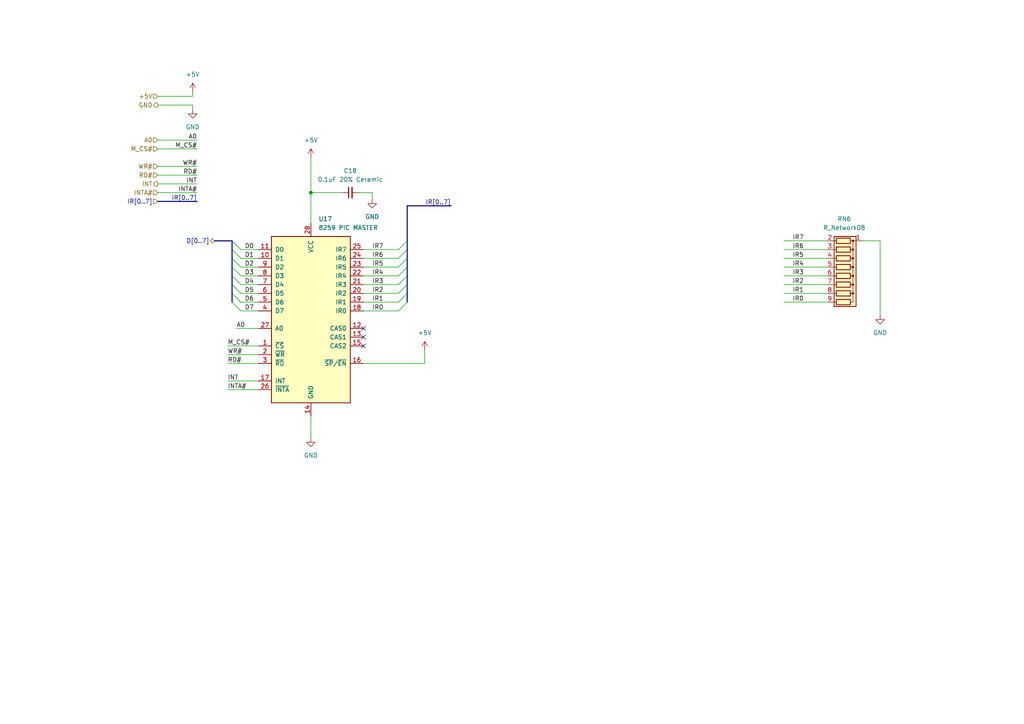
<source format=kicad_sch>
(kicad_sch
	(version 20231120)
	(generator "eeschema")
	(generator_version "8.0")
	(uuid "cb918a8c-d457-415f-aaa5-e646cbe8c833")
	(paper "A4")
	(lib_symbols
		(symbol "Device:C_Small"
			(pin_numbers hide)
			(pin_names
				(offset 0.254) hide)
			(exclude_from_sim no)
			(in_bom yes)
			(on_board yes)
			(property "Reference" "C"
				(at 0.254 1.778 0)
				(effects
					(font
						(size 1.27 1.27)
					)
					(justify left)
				)
			)
			(property "Value" "C_Small"
				(at 0.254 -2.032 0)
				(effects
					(font
						(size 1.27 1.27)
					)
					(justify left)
				)
			)
			(property "Footprint" ""
				(at 0 0 0)
				(effects
					(font
						(size 1.27 1.27)
					)
					(hide yes)
				)
			)
			(property "Datasheet" "~"
				(at 0 0 0)
				(effects
					(font
						(size 1.27 1.27)
					)
					(hide yes)
				)
			)
			(property "Description" "Unpolarized capacitor, small symbol"
				(at 0 0 0)
				(effects
					(font
						(size 1.27 1.27)
					)
					(hide yes)
				)
			)
			(property "ki_keywords" "capacitor cap"
				(at 0 0 0)
				(effects
					(font
						(size 1.27 1.27)
					)
					(hide yes)
				)
			)
			(property "ki_fp_filters" "C_*"
				(at 0 0 0)
				(effects
					(font
						(size 1.27 1.27)
					)
					(hide yes)
				)
			)
			(symbol "C_Small_0_1"
				(polyline
					(pts
						(xy -1.524 -0.508) (xy 1.524 -0.508)
					)
					(stroke
						(width 0.3302)
						(type default)
					)
					(fill
						(type none)
					)
				)
				(polyline
					(pts
						(xy -1.524 0.508) (xy 1.524 0.508)
					)
					(stroke
						(width 0.3048)
						(type default)
					)
					(fill
						(type none)
					)
				)
			)
			(symbol "C_Small_1_1"
				(pin passive line
					(at 0 2.54 270)
					(length 2.032)
					(name "~"
						(effects
							(font
								(size 1.27 1.27)
							)
						)
					)
					(number "1"
						(effects
							(font
								(size 1.27 1.27)
							)
						)
					)
				)
				(pin passive line
					(at 0 -2.54 90)
					(length 2.032)
					(name "~"
						(effects
							(font
								(size 1.27 1.27)
							)
						)
					)
					(number "2"
						(effects
							(font
								(size 1.27 1.27)
							)
						)
					)
				)
			)
		)
		(symbol "Device:R_Network08"
			(pin_names
				(offset 0) hide)
			(exclude_from_sim no)
			(in_bom yes)
			(on_board yes)
			(property "Reference" "RN"
				(at -12.7 0 90)
				(effects
					(font
						(size 1.27 1.27)
					)
				)
			)
			(property "Value" "R_Network08"
				(at 10.16 0 90)
				(effects
					(font
						(size 1.27 1.27)
					)
				)
			)
			(property "Footprint" "Resistor_THT:R_Array_SIP9"
				(at 12.065 0 90)
				(effects
					(font
						(size 1.27 1.27)
					)
					(hide yes)
				)
			)
			(property "Datasheet" "http://www.vishay.com/docs/31509/csc.pdf"
				(at 0 0 0)
				(effects
					(font
						(size 1.27 1.27)
					)
					(hide yes)
				)
			)
			(property "Description" "8 resistor network, star topology, bussed resistors, small symbol"
				(at 0 0 0)
				(effects
					(font
						(size 1.27 1.27)
					)
					(hide yes)
				)
			)
			(property "ki_keywords" "R network star-topology"
				(at 0 0 0)
				(effects
					(font
						(size 1.27 1.27)
					)
					(hide yes)
				)
			)
			(property "ki_fp_filters" "R?Array?SIP*"
				(at 0 0 0)
				(effects
					(font
						(size 1.27 1.27)
					)
					(hide yes)
				)
			)
			(symbol "R_Network08_0_1"
				(rectangle
					(start -11.43 -3.175)
					(end 8.89 3.175)
					(stroke
						(width 0.254)
						(type default)
					)
					(fill
						(type background)
					)
				)
				(rectangle
					(start -10.922 1.524)
					(end -9.398 -2.54)
					(stroke
						(width 0.254)
						(type default)
					)
					(fill
						(type none)
					)
				)
				(circle
					(center -10.16 2.286)
					(radius 0.254)
					(stroke
						(width 0)
						(type default)
					)
					(fill
						(type outline)
					)
				)
				(rectangle
					(start -8.382 1.524)
					(end -6.858 -2.54)
					(stroke
						(width 0.254)
						(type default)
					)
					(fill
						(type none)
					)
				)
				(circle
					(center -7.62 2.286)
					(radius 0.254)
					(stroke
						(width 0)
						(type default)
					)
					(fill
						(type outline)
					)
				)
				(rectangle
					(start -5.842 1.524)
					(end -4.318 -2.54)
					(stroke
						(width 0.254)
						(type default)
					)
					(fill
						(type none)
					)
				)
				(circle
					(center -5.08 2.286)
					(radius 0.254)
					(stroke
						(width 0)
						(type default)
					)
					(fill
						(type outline)
					)
				)
				(rectangle
					(start -3.302 1.524)
					(end -1.778 -2.54)
					(stroke
						(width 0.254)
						(type default)
					)
					(fill
						(type none)
					)
				)
				(circle
					(center -2.54 2.286)
					(radius 0.254)
					(stroke
						(width 0)
						(type default)
					)
					(fill
						(type outline)
					)
				)
				(rectangle
					(start -0.762 1.524)
					(end 0.762 -2.54)
					(stroke
						(width 0.254)
						(type default)
					)
					(fill
						(type none)
					)
				)
				(polyline
					(pts
						(xy -10.16 -2.54) (xy -10.16 -3.81)
					)
					(stroke
						(width 0)
						(type default)
					)
					(fill
						(type none)
					)
				)
				(polyline
					(pts
						(xy -7.62 -2.54) (xy -7.62 -3.81)
					)
					(stroke
						(width 0)
						(type default)
					)
					(fill
						(type none)
					)
				)
				(polyline
					(pts
						(xy -5.08 -2.54) (xy -5.08 -3.81)
					)
					(stroke
						(width 0)
						(type default)
					)
					(fill
						(type none)
					)
				)
				(polyline
					(pts
						(xy -2.54 -2.54) (xy -2.54 -3.81)
					)
					(stroke
						(width 0)
						(type default)
					)
					(fill
						(type none)
					)
				)
				(polyline
					(pts
						(xy 0 -2.54) (xy 0 -3.81)
					)
					(stroke
						(width 0)
						(type default)
					)
					(fill
						(type none)
					)
				)
				(polyline
					(pts
						(xy 2.54 -2.54) (xy 2.54 -3.81)
					)
					(stroke
						(width 0)
						(type default)
					)
					(fill
						(type none)
					)
				)
				(polyline
					(pts
						(xy 5.08 -2.54) (xy 5.08 -3.81)
					)
					(stroke
						(width 0)
						(type default)
					)
					(fill
						(type none)
					)
				)
				(polyline
					(pts
						(xy 7.62 -2.54) (xy 7.62 -3.81)
					)
					(stroke
						(width 0)
						(type default)
					)
					(fill
						(type none)
					)
				)
				(polyline
					(pts
						(xy -10.16 1.524) (xy -10.16 2.286) (xy -7.62 2.286) (xy -7.62 1.524)
					)
					(stroke
						(width 0)
						(type default)
					)
					(fill
						(type none)
					)
				)
				(polyline
					(pts
						(xy -7.62 1.524) (xy -7.62 2.286) (xy -5.08 2.286) (xy -5.08 1.524)
					)
					(stroke
						(width 0)
						(type default)
					)
					(fill
						(type none)
					)
				)
				(polyline
					(pts
						(xy -5.08 1.524) (xy -5.08 2.286) (xy -2.54 2.286) (xy -2.54 1.524)
					)
					(stroke
						(width 0)
						(type default)
					)
					(fill
						(type none)
					)
				)
				(polyline
					(pts
						(xy -2.54 1.524) (xy -2.54 2.286) (xy 0 2.286) (xy 0 1.524)
					)
					(stroke
						(width 0)
						(type default)
					)
					(fill
						(type none)
					)
				)
				(polyline
					(pts
						(xy 0 1.524) (xy 0 2.286) (xy 2.54 2.286) (xy 2.54 1.524)
					)
					(stroke
						(width 0)
						(type default)
					)
					(fill
						(type none)
					)
				)
				(polyline
					(pts
						(xy 2.54 1.524) (xy 2.54 2.286) (xy 5.08 2.286) (xy 5.08 1.524)
					)
					(stroke
						(width 0)
						(type default)
					)
					(fill
						(type none)
					)
				)
				(polyline
					(pts
						(xy 5.08 1.524) (xy 5.08 2.286) (xy 7.62 2.286) (xy 7.62 1.524)
					)
					(stroke
						(width 0)
						(type default)
					)
					(fill
						(type none)
					)
				)
				(circle
					(center 0 2.286)
					(radius 0.254)
					(stroke
						(width 0)
						(type default)
					)
					(fill
						(type outline)
					)
				)
				(rectangle
					(start 1.778 1.524)
					(end 3.302 -2.54)
					(stroke
						(width 0.254)
						(type default)
					)
					(fill
						(type none)
					)
				)
				(circle
					(center 2.54 2.286)
					(radius 0.254)
					(stroke
						(width 0)
						(type default)
					)
					(fill
						(type outline)
					)
				)
				(rectangle
					(start 4.318 1.524)
					(end 5.842 -2.54)
					(stroke
						(width 0.254)
						(type default)
					)
					(fill
						(type none)
					)
				)
				(circle
					(center 5.08 2.286)
					(radius 0.254)
					(stroke
						(width 0)
						(type default)
					)
					(fill
						(type outline)
					)
				)
				(rectangle
					(start 6.858 1.524)
					(end 8.382 -2.54)
					(stroke
						(width 0.254)
						(type default)
					)
					(fill
						(type none)
					)
				)
			)
			(symbol "R_Network08_1_1"
				(pin passive line
					(at -10.16 5.08 270)
					(length 2.54)
					(name "common"
						(effects
							(font
								(size 1.27 1.27)
							)
						)
					)
					(number "1"
						(effects
							(font
								(size 1.27 1.27)
							)
						)
					)
				)
				(pin passive line
					(at -10.16 -5.08 90)
					(length 1.27)
					(name "R1"
						(effects
							(font
								(size 1.27 1.27)
							)
						)
					)
					(number "2"
						(effects
							(font
								(size 1.27 1.27)
							)
						)
					)
				)
				(pin passive line
					(at -7.62 -5.08 90)
					(length 1.27)
					(name "R2"
						(effects
							(font
								(size 1.27 1.27)
							)
						)
					)
					(number "3"
						(effects
							(font
								(size 1.27 1.27)
							)
						)
					)
				)
				(pin passive line
					(at -5.08 -5.08 90)
					(length 1.27)
					(name "R3"
						(effects
							(font
								(size 1.27 1.27)
							)
						)
					)
					(number "4"
						(effects
							(font
								(size 1.27 1.27)
							)
						)
					)
				)
				(pin passive line
					(at -2.54 -5.08 90)
					(length 1.27)
					(name "R4"
						(effects
							(font
								(size 1.27 1.27)
							)
						)
					)
					(number "5"
						(effects
							(font
								(size 1.27 1.27)
							)
						)
					)
				)
				(pin passive line
					(at 0 -5.08 90)
					(length 1.27)
					(name "R5"
						(effects
							(font
								(size 1.27 1.27)
							)
						)
					)
					(number "6"
						(effects
							(font
								(size 1.27 1.27)
							)
						)
					)
				)
				(pin passive line
					(at 2.54 -5.08 90)
					(length 1.27)
					(name "R6"
						(effects
							(font
								(size 1.27 1.27)
							)
						)
					)
					(number "7"
						(effects
							(font
								(size 1.27 1.27)
							)
						)
					)
				)
				(pin passive line
					(at 5.08 -5.08 90)
					(length 1.27)
					(name "R7"
						(effects
							(font
								(size 1.27 1.27)
							)
						)
					)
					(number "8"
						(effects
							(font
								(size 1.27 1.27)
							)
						)
					)
				)
				(pin passive line
					(at 7.62 -5.08 90)
					(length 1.27)
					(name "R8"
						(effects
							(font
								(size 1.27 1.27)
							)
						)
					)
					(number "9"
						(effects
							(font
								(size 1.27 1.27)
							)
						)
					)
				)
			)
		)
		(symbol "Interface:8259"
			(pin_names
				(offset 1.016)
			)
			(exclude_from_sim no)
			(in_bom yes)
			(on_board yes)
			(property "Reference" "U"
				(at -10.16 25.4 0)
				(effects
					(font
						(size 1.27 1.27)
					)
				)
			)
			(property "Value" "8259"
				(at 8.89 25.4 0)
				(effects
					(font
						(size 1.27 1.27)
					)
				)
			)
			(property "Footprint" "Package_DIP:DIP-28_W15.24mm"
				(at 0 0 0)
				(effects
					(font
						(size 1.27 1.27)
						(italic yes)
					)
					(hide yes)
				)
			)
			(property "Datasheet" "http://pdos.csail.mit.edu/6.828/2005/readings/hardware/8259A.pdf"
				(at 0 0 0)
				(effects
					(font
						(size 1.27 1.27)
					)
					(hide yes)
				)
			)
			(property "Description" "8259, Programmable Interrupt Controller, PDIP-28"
				(at 0 0 0)
				(effects
					(font
						(size 1.27 1.27)
					)
					(hide yes)
				)
			)
			(property "ki_keywords" "PIC"
				(at 0 0 0)
				(effects
					(font
						(size 1.27 1.27)
					)
					(hide yes)
				)
			)
			(property "ki_fp_filters" "DIP*W15.24mm*"
				(at 0 0 0)
				(effects
					(font
						(size 1.27 1.27)
					)
					(hide yes)
				)
			)
			(symbol "8259_0_1"
				(rectangle
					(start -11.43 24.13)
					(end 11.43 -24.13)
					(stroke
						(width 0.254)
						(type default)
					)
					(fill
						(type background)
					)
				)
			)
			(symbol "8259_1_1"
				(pin input line
					(at -15.24 -7.62 0)
					(length 3.81)
					(name "~{CS}"
						(effects
							(font
								(size 1.27 1.27)
							)
						)
					)
					(number "1"
						(effects
							(font
								(size 1.27 1.27)
							)
						)
					)
				)
				(pin bidirectional line
					(at -15.24 17.78 0)
					(length 3.81)
					(name "D1"
						(effects
							(font
								(size 1.27 1.27)
							)
						)
					)
					(number "10"
						(effects
							(font
								(size 1.27 1.27)
							)
						)
					)
				)
				(pin bidirectional line
					(at -15.24 20.32 0)
					(length 3.81)
					(name "D0"
						(effects
							(font
								(size 1.27 1.27)
							)
						)
					)
					(number "11"
						(effects
							(font
								(size 1.27 1.27)
							)
						)
					)
				)
				(pin input line
					(at 15.24 -2.54 180)
					(length 3.81)
					(name "CAS0"
						(effects
							(font
								(size 1.27 1.27)
							)
						)
					)
					(number "12"
						(effects
							(font
								(size 1.27 1.27)
							)
						)
					)
				)
				(pin output line
					(at 15.24 -5.08 180)
					(length 3.81)
					(name "CAS1"
						(effects
							(font
								(size 1.27 1.27)
							)
						)
					)
					(number "13"
						(effects
							(font
								(size 1.27 1.27)
							)
						)
					)
				)
				(pin power_in line
					(at 0 -27.94 90)
					(length 3.81)
					(name "GND"
						(effects
							(font
								(size 1.27 1.27)
							)
						)
					)
					(number "14"
						(effects
							(font
								(size 1.27 1.27)
							)
						)
					)
				)
				(pin output line
					(at 15.24 -7.62 180)
					(length 3.81)
					(name "CAS2"
						(effects
							(font
								(size 1.27 1.27)
							)
						)
					)
					(number "15"
						(effects
							(font
								(size 1.27 1.27)
							)
						)
					)
				)
				(pin bidirectional line
					(at 15.24 -12.7 180)
					(length 3.81)
					(name "~{SP}/~{EN}"
						(effects
							(font
								(size 1.27 1.27)
							)
						)
					)
					(number "16"
						(effects
							(font
								(size 1.27 1.27)
							)
						)
					)
				)
				(pin output line
					(at -15.24 -17.78 0)
					(length 3.81)
					(name "INT"
						(effects
							(font
								(size 1.27 1.27)
							)
						)
					)
					(number "17"
						(effects
							(font
								(size 1.27 1.27)
							)
						)
					)
				)
				(pin input line
					(at 15.24 2.54 180)
					(length 3.81)
					(name "IR0"
						(effects
							(font
								(size 1.27 1.27)
							)
						)
					)
					(number "18"
						(effects
							(font
								(size 1.27 1.27)
							)
						)
					)
				)
				(pin input line
					(at 15.24 5.08 180)
					(length 3.81)
					(name "IR1"
						(effects
							(font
								(size 1.27 1.27)
							)
						)
					)
					(number "19"
						(effects
							(font
								(size 1.27 1.27)
							)
						)
					)
				)
				(pin input line
					(at -15.24 -10.16 0)
					(length 3.81)
					(name "~{WR}"
						(effects
							(font
								(size 1.27 1.27)
							)
						)
					)
					(number "2"
						(effects
							(font
								(size 1.27 1.27)
							)
						)
					)
				)
				(pin input line
					(at 15.24 7.62 180)
					(length 3.81)
					(name "IR2"
						(effects
							(font
								(size 1.27 1.27)
							)
						)
					)
					(number "20"
						(effects
							(font
								(size 1.27 1.27)
							)
						)
					)
				)
				(pin input line
					(at 15.24 10.16 180)
					(length 3.81)
					(name "IR3"
						(effects
							(font
								(size 1.27 1.27)
							)
						)
					)
					(number "21"
						(effects
							(font
								(size 1.27 1.27)
							)
						)
					)
				)
				(pin input line
					(at 15.24 12.7 180)
					(length 3.81)
					(name "IR4"
						(effects
							(font
								(size 1.27 1.27)
							)
						)
					)
					(number "22"
						(effects
							(font
								(size 1.27 1.27)
							)
						)
					)
				)
				(pin input line
					(at 15.24 15.24 180)
					(length 3.81)
					(name "IR5"
						(effects
							(font
								(size 1.27 1.27)
							)
						)
					)
					(number "23"
						(effects
							(font
								(size 1.27 1.27)
							)
						)
					)
				)
				(pin input line
					(at 15.24 17.78 180)
					(length 3.81)
					(name "IR6"
						(effects
							(font
								(size 1.27 1.27)
							)
						)
					)
					(number "24"
						(effects
							(font
								(size 1.27 1.27)
							)
						)
					)
				)
				(pin input line
					(at 15.24 20.32 180)
					(length 3.81)
					(name "IR7"
						(effects
							(font
								(size 1.27 1.27)
							)
						)
					)
					(number "25"
						(effects
							(font
								(size 1.27 1.27)
							)
						)
					)
				)
				(pin input line
					(at -15.24 -20.32 0)
					(length 3.81)
					(name "~{INTA}"
						(effects
							(font
								(size 1.27 1.27)
							)
						)
					)
					(number "26"
						(effects
							(font
								(size 1.27 1.27)
							)
						)
					)
				)
				(pin input line
					(at -15.24 -2.54 0)
					(length 3.81)
					(name "A0"
						(effects
							(font
								(size 1.27 1.27)
							)
						)
					)
					(number "27"
						(effects
							(font
								(size 1.27 1.27)
							)
						)
					)
				)
				(pin power_in line
					(at 0 27.94 270)
					(length 3.81)
					(name "VCC"
						(effects
							(font
								(size 1.27 1.27)
							)
						)
					)
					(number "28"
						(effects
							(font
								(size 1.27 1.27)
							)
						)
					)
				)
				(pin input line
					(at -15.24 -12.7 0)
					(length 3.81)
					(name "~{RD}"
						(effects
							(font
								(size 1.27 1.27)
							)
						)
					)
					(number "3"
						(effects
							(font
								(size 1.27 1.27)
							)
						)
					)
				)
				(pin bidirectional line
					(at -15.24 2.54 0)
					(length 3.81)
					(name "D7"
						(effects
							(font
								(size 1.27 1.27)
							)
						)
					)
					(number "4"
						(effects
							(font
								(size 1.27 1.27)
							)
						)
					)
				)
				(pin bidirectional line
					(at -15.24 5.08 0)
					(length 3.81)
					(name "D6"
						(effects
							(font
								(size 1.27 1.27)
							)
						)
					)
					(number "5"
						(effects
							(font
								(size 1.27 1.27)
							)
						)
					)
				)
				(pin bidirectional line
					(at -15.24 7.62 0)
					(length 3.81)
					(name "D5"
						(effects
							(font
								(size 1.27 1.27)
							)
						)
					)
					(number "6"
						(effects
							(font
								(size 1.27 1.27)
							)
						)
					)
				)
				(pin bidirectional line
					(at -15.24 10.16 0)
					(length 3.81)
					(name "D4"
						(effects
							(font
								(size 1.27 1.27)
							)
						)
					)
					(number "7"
						(effects
							(font
								(size 1.27 1.27)
							)
						)
					)
				)
				(pin bidirectional line
					(at -15.24 12.7 0)
					(length 3.81)
					(name "D3"
						(effects
							(font
								(size 1.27 1.27)
							)
						)
					)
					(number "8"
						(effects
							(font
								(size 1.27 1.27)
							)
						)
					)
				)
				(pin bidirectional line
					(at -15.24 15.24 0)
					(length 3.81)
					(name "D2"
						(effects
							(font
								(size 1.27 1.27)
							)
						)
					)
					(number "9"
						(effects
							(font
								(size 1.27 1.27)
							)
						)
					)
				)
			)
		)
		(symbol "power:+5V"
			(power)
			(pin_names
				(offset 0)
			)
			(exclude_from_sim no)
			(in_bom yes)
			(on_board yes)
			(property "Reference" "#PWR"
				(at 0 -3.81 0)
				(effects
					(font
						(size 1.27 1.27)
					)
					(hide yes)
				)
			)
			(property "Value" "+5V"
				(at 0 3.556 0)
				(effects
					(font
						(size 1.27 1.27)
					)
				)
			)
			(property "Footprint" ""
				(at 0 0 0)
				(effects
					(font
						(size 1.27 1.27)
					)
					(hide yes)
				)
			)
			(property "Datasheet" ""
				(at 0 0 0)
				(effects
					(font
						(size 1.27 1.27)
					)
					(hide yes)
				)
			)
			(property "Description" "Power symbol creates a global label with name \"+5V\""
				(at 0 0 0)
				(effects
					(font
						(size 1.27 1.27)
					)
					(hide yes)
				)
			)
			(property "ki_keywords" "global power"
				(at 0 0 0)
				(effects
					(font
						(size 1.27 1.27)
					)
					(hide yes)
				)
			)
			(symbol "+5V_0_1"
				(polyline
					(pts
						(xy -0.762 1.27) (xy 0 2.54)
					)
					(stroke
						(width 0)
						(type default)
					)
					(fill
						(type none)
					)
				)
				(polyline
					(pts
						(xy 0 0) (xy 0 2.54)
					)
					(stroke
						(width 0)
						(type default)
					)
					(fill
						(type none)
					)
				)
				(polyline
					(pts
						(xy 0 2.54) (xy 0.762 1.27)
					)
					(stroke
						(width 0)
						(type default)
					)
					(fill
						(type none)
					)
				)
			)
			(symbol "+5V_1_1"
				(pin power_in line
					(at 0 0 90)
					(length 0) hide
					(name "+5V"
						(effects
							(font
								(size 1.27 1.27)
							)
						)
					)
					(number "1"
						(effects
							(font
								(size 1.27 1.27)
							)
						)
					)
				)
			)
		)
		(symbol "power:GND"
			(power)
			(pin_names
				(offset 0)
			)
			(exclude_from_sim no)
			(in_bom yes)
			(on_board yes)
			(property "Reference" "#PWR"
				(at 0 -6.35 0)
				(effects
					(font
						(size 1.27 1.27)
					)
					(hide yes)
				)
			)
			(property "Value" "GND"
				(at 0 -3.81 0)
				(effects
					(font
						(size 1.27 1.27)
					)
				)
			)
			(property "Footprint" ""
				(at 0 0 0)
				(effects
					(font
						(size 1.27 1.27)
					)
					(hide yes)
				)
			)
			(property "Datasheet" ""
				(at 0 0 0)
				(effects
					(font
						(size 1.27 1.27)
					)
					(hide yes)
				)
			)
			(property "Description" "Power symbol creates a global label with name \"GND\" , ground"
				(at 0 0 0)
				(effects
					(font
						(size 1.27 1.27)
					)
					(hide yes)
				)
			)
			(property "ki_keywords" "global power"
				(at 0 0 0)
				(effects
					(font
						(size 1.27 1.27)
					)
					(hide yes)
				)
			)
			(symbol "GND_0_1"
				(polyline
					(pts
						(xy 0 0) (xy 0 -1.27) (xy 1.27 -1.27) (xy 0 -2.54) (xy -1.27 -1.27) (xy 0 -1.27)
					)
					(stroke
						(width 0)
						(type default)
					)
					(fill
						(type none)
					)
				)
			)
			(symbol "GND_1_1"
				(pin power_in line
					(at 0 0 270)
					(length 0) hide
					(name "GND"
						(effects
							(font
								(size 1.27 1.27)
							)
						)
					)
					(number "1"
						(effects
							(font
								(size 1.27 1.27)
							)
						)
					)
				)
			)
		)
	)
	(junction
		(at 90.17 55.88)
		(diameter 0)
		(color 0 0 0 0)
		(uuid "43be2f39-49fb-43d9-b308-74728b11e1e1")
	)
	(no_connect
		(at 105.41 95.25)
		(uuid "867ca833-d18c-47ce-8175-5cf46c87fc6a")
	)
	(no_connect
		(at 105.41 97.79)
		(uuid "a86c4450-8952-41b5-889c-51c9ff8dd897")
	)
	(no_connect
		(at 105.41 100.33)
		(uuid "d1444323-eb5e-462f-b64f-00d10649ff65")
	)
	(bus_entry
		(at 115.57 87.63)
		(size 2.54 -2.54)
		(stroke
			(width 0)
			(type default)
		)
		(uuid "05dd8682-4570-416b-9dd7-81fc73f22954")
	)
	(bus_entry
		(at 115.57 72.39)
		(size 2.54 -2.54)
		(stroke
			(width 0)
			(type default)
		)
		(uuid "14c64c9e-04d6-489a-b349-d02aea99e5df")
	)
	(bus_entry
		(at 69.85 80.01)
		(size -2.54 -2.54)
		(stroke
			(width 0)
			(type default)
		)
		(uuid "30431ffa-ea2f-45be-9020-88e457346b1f")
	)
	(bus_entry
		(at 115.57 85.09)
		(size 2.54 -2.54)
		(stroke
			(width 0)
			(type default)
		)
		(uuid "350c83ef-f59e-430d-8576-0c2fefbea5c8")
	)
	(bus_entry
		(at 69.85 72.39)
		(size -2.54 -2.54)
		(stroke
			(width 0)
			(type default)
		)
		(uuid "3f8a39b1-cf80-428b-b3f0-a744bc6451f1")
	)
	(bus_entry
		(at 115.57 82.55)
		(size 2.54 -2.54)
		(stroke
			(width 0)
			(type default)
		)
		(uuid "4a30141d-42f5-4d07-a8de-0dd36198f94a")
	)
	(bus_entry
		(at 69.85 82.55)
		(size -2.54 -2.54)
		(stroke
			(width 0)
			(type default)
		)
		(uuid "6c1be9db-b7e9-4da0-885f-f5940c58dc49")
	)
	(bus_entry
		(at 115.57 80.01)
		(size 2.54 -2.54)
		(stroke
			(width 0)
			(type default)
		)
		(uuid "6cb38d00-2f24-4ce5-a4b2-76cb1a50f711")
	)
	(bus_entry
		(at 69.85 74.93)
		(size -2.54 -2.54)
		(stroke
			(width 0)
			(type default)
		)
		(uuid "7378c178-f2b6-40c4-86b9-62406fce5520")
	)
	(bus_entry
		(at 69.85 90.17)
		(size -2.54 -2.54)
		(stroke
			(width 0)
			(type default)
		)
		(uuid "7a824c21-09d6-4f62-9864-b2c26af2c999")
	)
	(bus_entry
		(at 69.85 87.63)
		(size -2.54 -2.54)
		(stroke
			(width 0)
			(type default)
		)
		(uuid "87f7ce62-1e7d-4ea2-938b-f74b69e1db1d")
	)
	(bus_entry
		(at 69.85 77.47)
		(size -2.54 -2.54)
		(stroke
			(width 0)
			(type default)
		)
		(uuid "94921043-434f-43db-a6a9-dc5ba366ffb2")
	)
	(bus_entry
		(at 115.57 77.47)
		(size 2.54 -2.54)
		(stroke
			(width 0)
			(type default)
		)
		(uuid "bfbf74d0-7a04-4d72-a71c-6ef187a90275")
	)
	(bus_entry
		(at 115.57 74.93)
		(size 2.54 -2.54)
		(stroke
			(width 0)
			(type default)
		)
		(uuid "d0b58bff-9571-4e1a-a737-06ca689f7f13")
	)
	(bus_entry
		(at 115.57 90.17)
		(size 2.54 -2.54)
		(stroke
			(width 0)
			(type default)
		)
		(uuid "e7b72ea3-a60e-46aa-89f2-b2c82609ee4b")
	)
	(bus_entry
		(at 69.85 85.09)
		(size -2.54 -2.54)
		(stroke
			(width 0)
			(type default)
		)
		(uuid "ecdc3990-e653-4c0b-8a62-e43553c54f1b")
	)
	(wire
		(pts
			(xy 123.19 105.41) (xy 123.19 101.6)
		)
		(stroke
			(width 0)
			(type default)
		)
		(uuid "02c34398-b96c-4d7b-82b5-f32e6e471de4")
	)
	(wire
		(pts
			(xy 74.93 87.63) (xy 69.85 87.63)
		)
		(stroke
			(width 0)
			(type default)
		)
		(uuid "081f4782-c3e3-4a01-8489-8dff50c2e3fb")
	)
	(wire
		(pts
			(xy 66.04 110.49) (xy 74.93 110.49)
		)
		(stroke
			(width 0)
			(type default)
		)
		(uuid "0dfca24d-9140-462d-b400-09db15d3d542")
	)
	(wire
		(pts
			(xy 90.17 120.65) (xy 90.17 127)
		)
		(stroke
			(width 0)
			(type default)
		)
		(uuid "0feefdd0-5528-48b5-9b74-8c1e22dcadd9")
	)
	(wire
		(pts
			(xy 57.15 55.88) (xy 45.72 55.88)
		)
		(stroke
			(width 0)
			(type default)
		)
		(uuid "1074db2d-3bb5-4f4e-87ea-d96bf3168693")
	)
	(bus
		(pts
			(xy 118.11 77.47) (xy 118.11 74.93)
		)
		(stroke
			(width 0)
			(type default)
		)
		(uuid "153e4dd1-c709-491e-afd0-5bb8756b11cc")
	)
	(wire
		(pts
			(xy 227.33 80.01) (xy 240.03 80.01)
		)
		(stroke
			(width 0)
			(type default)
		)
		(uuid "1d7be1af-720b-4f76-ba20-91fadc7268c5")
	)
	(wire
		(pts
			(xy 227.33 87.63) (xy 240.03 87.63)
		)
		(stroke
			(width 0)
			(type default)
		)
		(uuid "1dd8ddb7-21e8-4b8e-98aa-deab57932397")
	)
	(wire
		(pts
			(xy 55.88 27.94) (xy 55.88 26.67)
		)
		(stroke
			(width 0)
			(type default)
		)
		(uuid "1f7a3275-a858-4030-8774-4af2870f08c2")
	)
	(bus
		(pts
			(xy 118.11 69.85) (xy 118.11 59.69)
		)
		(stroke
			(width 0)
			(type default)
		)
		(uuid "29a70868-f21c-41a2-a105-aece658ff17a")
	)
	(wire
		(pts
			(xy 105.41 105.41) (xy 123.19 105.41)
		)
		(stroke
			(width 0)
			(type default)
		)
		(uuid "29dbe347-c3fd-4424-b0ee-38075774469a")
	)
	(wire
		(pts
			(xy 90.17 55.88) (xy 99.06 55.88)
		)
		(stroke
			(width 0)
			(type default)
		)
		(uuid "2cd0ae18-ddca-4532-8da0-c85d1ba4576c")
	)
	(bus
		(pts
			(xy 67.31 69.85) (xy 67.31 72.39)
		)
		(stroke
			(width 0)
			(type default)
		)
		(uuid "2d8691b5-cf0a-41fa-acc5-adc2ee4089e7")
	)
	(bus
		(pts
			(xy 67.31 85.09) (xy 67.31 87.63)
		)
		(stroke
			(width 0)
			(type default)
		)
		(uuid "2f5f959c-10cc-4557-ba93-e4397a477681")
	)
	(wire
		(pts
			(xy 105.41 90.17) (xy 115.57 90.17)
		)
		(stroke
			(width 0)
			(type default)
		)
		(uuid "368f84c4-74f3-4bc2-bc6d-40770245c83c")
	)
	(bus
		(pts
			(xy 67.31 82.55) (xy 67.31 85.09)
		)
		(stroke
			(width 0)
			(type default)
		)
		(uuid "3866f758-5f68-4223-ac15-227a64dc592a")
	)
	(bus
		(pts
			(xy 118.11 74.93) (xy 118.11 72.39)
		)
		(stroke
			(width 0)
			(type default)
		)
		(uuid "39b76af7-d5b1-4efe-9060-f6b654f6ed93")
	)
	(bus
		(pts
			(xy 118.11 80.01) (xy 118.11 82.55)
		)
		(stroke
			(width 0)
			(type default)
		)
		(uuid "44b72ffb-8fd1-4c6e-824a-22e8b3d06414")
	)
	(bus
		(pts
			(xy 67.31 77.47) (xy 67.31 80.01)
		)
		(stroke
			(width 0)
			(type default)
		)
		(uuid "44e904df-a11f-4b5b-b172-df7df8843e33")
	)
	(wire
		(pts
			(xy 66.04 100.33) (xy 74.93 100.33)
		)
		(stroke
			(width 0)
			(type default)
		)
		(uuid "486a08c0-70d3-4f54-8446-051bbc497be5")
	)
	(wire
		(pts
			(xy 227.33 74.93) (xy 240.03 74.93)
		)
		(stroke
			(width 0)
			(type default)
		)
		(uuid "4916fb06-ee73-40af-86a7-5e7b3e25175c")
	)
	(wire
		(pts
			(xy 255.27 69.85) (xy 255.27 91.44)
		)
		(stroke
			(width 0)
			(type default)
		)
		(uuid "4c9009d3-901e-4fae-9db0-6058cf1fdcdd")
	)
	(wire
		(pts
			(xy 105.41 87.63) (xy 115.57 87.63)
		)
		(stroke
			(width 0)
			(type default)
		)
		(uuid "5191629b-cbc5-4a70-b41b-8857cd4302f0")
	)
	(bus
		(pts
			(xy 67.31 80.01) (xy 67.31 82.55)
		)
		(stroke
			(width 0)
			(type default)
		)
		(uuid "5414f268-62d7-42a9-bb33-ffa3e16083b6")
	)
	(wire
		(pts
			(xy 105.41 77.47) (xy 115.57 77.47)
		)
		(stroke
			(width 0)
			(type default)
		)
		(uuid "56c475e5-1d24-40fc-8e35-5ee28a0b422b")
	)
	(wire
		(pts
			(xy 227.33 77.47) (xy 240.03 77.47)
		)
		(stroke
			(width 0)
			(type default)
		)
		(uuid "59726c73-dfac-4fa8-b9b9-b6da97b4b3cb")
	)
	(wire
		(pts
			(xy 66.04 105.41) (xy 74.93 105.41)
		)
		(stroke
			(width 0)
			(type default)
		)
		(uuid "6a15ef82-1c9f-4505-906e-1d7175769e5c")
	)
	(wire
		(pts
			(xy 45.72 40.64) (xy 57.15 40.64)
		)
		(stroke
			(width 0)
			(type default)
		)
		(uuid "6ed31d58-f274-4c9e-b344-651198b914ed")
	)
	(bus
		(pts
			(xy 67.31 74.93) (xy 67.31 77.47)
		)
		(stroke
			(width 0)
			(type default)
		)
		(uuid "707cebd4-183b-4314-a5d1-cf0ecf2e974f")
	)
	(wire
		(pts
			(xy 227.33 69.85) (xy 240.03 69.85)
		)
		(stroke
			(width 0)
			(type default)
		)
		(uuid "723247a9-9db4-4577-9b16-a9a5fbea526e")
	)
	(wire
		(pts
			(xy 74.93 90.17) (xy 69.85 90.17)
		)
		(stroke
			(width 0)
			(type default)
		)
		(uuid "7262c749-1e9a-41e8-ab58-ad68984e5871")
	)
	(wire
		(pts
			(xy 90.17 55.88) (xy 90.17 64.77)
		)
		(stroke
			(width 0)
			(type default)
		)
		(uuid "7849dc96-8878-4598-a076-276311c34042")
	)
	(wire
		(pts
			(xy 74.93 74.93) (xy 69.85 74.93)
		)
		(stroke
			(width 0)
			(type default)
		)
		(uuid "7f4c2306-5c27-427a-afcc-c3dfa62fe05e")
	)
	(bus
		(pts
			(xy 118.11 59.69) (xy 130.81 59.69)
		)
		(stroke
			(width 0)
			(type default)
		)
		(uuid "838d3370-03b6-4ace-ba79-d4599c612d67")
	)
	(wire
		(pts
			(xy 105.41 80.01) (xy 115.57 80.01)
		)
		(stroke
			(width 0)
			(type default)
		)
		(uuid "84833215-eb8d-4185-b262-a7f1b2f94129")
	)
	(wire
		(pts
			(xy 74.93 82.55) (xy 69.85 82.55)
		)
		(stroke
			(width 0)
			(type default)
		)
		(uuid "9039735a-fbfc-47f8-98a0-f752ad873b1a")
	)
	(wire
		(pts
			(xy 227.33 72.39) (xy 240.03 72.39)
		)
		(stroke
			(width 0)
			(type default)
		)
		(uuid "9172d196-fb05-411f-b6b0-fb663f908e93")
	)
	(wire
		(pts
			(xy 66.04 113.03) (xy 74.93 113.03)
		)
		(stroke
			(width 0)
			(type default)
		)
		(uuid "94346aca-578b-4495-a738-4e8d45fbbf1f")
	)
	(wire
		(pts
			(xy 57.15 50.8) (xy 45.72 50.8)
		)
		(stroke
			(width 0)
			(type default)
		)
		(uuid "9d020e92-f164-4db2-9df4-1732e7cb4291")
	)
	(wire
		(pts
			(xy 74.93 80.01) (xy 69.85 80.01)
		)
		(stroke
			(width 0)
			(type default)
		)
		(uuid "9e772248-dd47-419d-afae-b8d95f235e3f")
	)
	(wire
		(pts
			(xy 105.41 82.55) (xy 115.57 82.55)
		)
		(stroke
			(width 0)
			(type default)
		)
		(uuid "9f04d965-c506-4d97-a950-ed8d226a9a65")
	)
	(wire
		(pts
			(xy 104.14 55.88) (xy 107.95 55.88)
		)
		(stroke
			(width 0)
			(type default)
		)
		(uuid "a1bfa396-fabf-454f-b452-01f44204f291")
	)
	(wire
		(pts
			(xy 90.17 45.72) (xy 90.17 55.88)
		)
		(stroke
			(width 0)
			(type default)
		)
		(uuid "a36007e1-baa3-43c7-88a2-89c97f7ffbb5")
	)
	(wire
		(pts
			(xy 45.72 43.18) (xy 57.15 43.18)
		)
		(stroke
			(width 0)
			(type default)
		)
		(uuid "a489a43e-0c04-4d56-9a8e-f9cbe6a949c2")
	)
	(wire
		(pts
			(xy 57.15 48.26) (xy 45.72 48.26)
		)
		(stroke
			(width 0)
			(type default)
		)
		(uuid "a4e7cf0c-0df0-4e42-9f7a-dec41bbfb400")
	)
	(wire
		(pts
			(xy 105.41 74.93) (xy 115.57 74.93)
		)
		(stroke
			(width 0)
			(type default)
		)
		(uuid "a6c9ee1c-afbc-4a6f-8b01-45e368511014")
	)
	(wire
		(pts
			(xy 45.72 30.48) (xy 55.88 30.48)
		)
		(stroke
			(width 0)
			(type default)
		)
		(uuid "ad27516c-473b-4aa6-96ea-3c71f15ffc42")
	)
	(wire
		(pts
			(xy 74.93 77.47) (xy 69.85 77.47)
		)
		(stroke
			(width 0)
			(type default)
		)
		(uuid "b827f031-0a0f-477a-8f5b-b3a12317c2fc")
	)
	(wire
		(pts
			(xy 55.88 30.48) (xy 55.88 31.75)
		)
		(stroke
			(width 0)
			(type default)
		)
		(uuid "bc5d2960-53c2-45ea-80f8-51a663feb4a6")
	)
	(wire
		(pts
			(xy 107.95 55.88) (xy 107.95 57.785)
		)
		(stroke
			(width 0)
			(type default)
		)
		(uuid "bedad0d5-7aeb-4d19-9df3-d23fa48f4a4a")
	)
	(wire
		(pts
			(xy 74.93 85.09) (xy 69.85 85.09)
		)
		(stroke
			(width 0)
			(type default)
		)
		(uuid "c0c7dc8f-5139-46bd-b973-943ec0067c73")
	)
	(bus
		(pts
			(xy 118.11 82.55) (xy 118.11 85.09)
		)
		(stroke
			(width 0)
			(type default)
		)
		(uuid "c2b79e7f-588e-4c5b-a259-8b6d043f0763")
	)
	(bus
		(pts
			(xy 67.31 72.39) (xy 67.31 74.93)
		)
		(stroke
			(width 0)
			(type default)
		)
		(uuid "c64aa23d-1038-4edc-a762-c59e67e2394d")
	)
	(bus
		(pts
			(xy 118.11 80.01) (xy 118.11 77.47)
		)
		(stroke
			(width 0)
			(type default)
		)
		(uuid "c6b9e289-f4c6-4112-aed5-6e77a9f4a30d")
	)
	(wire
		(pts
			(xy 57.15 53.34) (xy 45.72 53.34)
		)
		(stroke
			(width 0)
			(type default)
		)
		(uuid "c9a06c03-730d-415f-9406-dd391d996d29")
	)
	(wire
		(pts
			(xy 227.33 85.09) (xy 240.03 85.09)
		)
		(stroke
			(width 0)
			(type default)
		)
		(uuid "d1a1dbd2-a663-4144-aa71-30eadadba4f8")
	)
	(wire
		(pts
			(xy 68.58 95.25) (xy 74.93 95.25)
		)
		(stroke
			(width 0)
			(type default)
		)
		(uuid "e624ad23-ab15-4864-9d8e-cdf0c1969b9b")
	)
	(wire
		(pts
			(xy 45.72 27.94) (xy 55.88 27.94)
		)
		(stroke
			(width 0)
			(type default)
		)
		(uuid "e79f63e9-81f0-4462-a681-b3477011699a")
	)
	(bus
		(pts
			(xy 62.23 69.85) (xy 67.31 69.85)
		)
		(stroke
			(width 0)
			(type default)
		)
		(uuid "e7c11793-188a-4122-b175-d9a835d2b935")
	)
	(wire
		(pts
			(xy 105.41 72.39) (xy 115.57 72.39)
		)
		(stroke
			(width 0)
			(type default)
		)
		(uuid "eace1505-2c13-4c8a-b578-9de936003436")
	)
	(wire
		(pts
			(xy 250.19 69.85) (xy 255.27 69.85)
		)
		(stroke
			(width 0)
			(type default)
		)
		(uuid "ec10de62-7cf1-45a4-9802-244994bdb140")
	)
	(wire
		(pts
			(xy 74.93 72.39) (xy 69.85 72.39)
		)
		(stroke
			(width 0)
			(type default)
		)
		(uuid "ec5c4844-3bfb-4438-8f00-821be5c0b6ed")
	)
	(wire
		(pts
			(xy 66.04 102.87) (xy 74.93 102.87)
		)
		(stroke
			(width 0)
			(type default)
		)
		(uuid "edbd170a-2610-427e-89d6-50b27279ba3c")
	)
	(bus
		(pts
			(xy 118.11 87.63) (xy 118.11 85.09)
		)
		(stroke
			(width 0)
			(type default)
		)
		(uuid "f322ad24-98a0-4dab-81df-9134b73c3bd9")
	)
	(wire
		(pts
			(xy 227.33 82.55) (xy 240.03 82.55)
		)
		(stroke
			(width 0)
			(type default)
		)
		(uuid "f73fe744-f579-4f00-83eb-25ec915cdd59")
	)
	(bus
		(pts
			(xy 118.11 72.39) (xy 118.11 69.85)
		)
		(stroke
			(width 0)
			(type default)
		)
		(uuid "fab626f9-3e55-499b-a108-2e607f7cc14a")
	)
	(wire
		(pts
			(xy 105.41 85.09) (xy 115.57 85.09)
		)
		(stroke
			(width 0)
			(type default)
		)
		(uuid "fedc7330-dc0c-4a98-b68a-3d5cee6cf2b6")
	)
	(bus
		(pts
			(xy 45.72 58.42) (xy 57.15 58.42)
		)
		(stroke
			(width 0)
			(type default)
		)
		(uuid "ff8ef71e-df6f-4540-9fb9-dd7084d40dd3")
	)
	(label "IR2"
		(at 229.87 82.55 0)
		(fields_autoplaced yes)
		(effects
			(font
				(size 1.27 1.27)
			)
			(justify left bottom)
		)
		(uuid "1bc0936a-5aba-44f0-bd0e-df8b3ebf2335")
	)
	(label "D3"
		(at 73.66 80.01 180)
		(fields_autoplaced yes)
		(effects
			(font
				(size 1.27 1.27)
			)
			(justify right bottom)
		)
		(uuid "2f8eba87-0241-46ec-b4ae-d1a46ea6b344")
	)
	(label "IR[0..7]"
		(at 57.15 58.42 180)
		(fields_autoplaced yes)
		(effects
			(font
				(size 1.27 1.27)
			)
			(justify right bottom)
		)
		(uuid "33303381-87a9-4774-9447-f44ae32b2f78")
	)
	(label "WR#"
		(at 57.15 48.26 180)
		(fields_autoplaced yes)
		(effects
			(font
				(size 1.27 1.27)
			)
			(justify right bottom)
		)
		(uuid "41d86797-f721-438a-b11c-3e9fa260cacf")
	)
	(label "IR3"
		(at 229.87 80.01 0)
		(fields_autoplaced yes)
		(effects
			(font
				(size 1.27 1.27)
			)
			(justify left bottom)
		)
		(uuid "42e91145-63ce-411b-aaf8-76964fe45169")
	)
	(label "IR3"
		(at 107.95 82.55 0)
		(fields_autoplaced yes)
		(effects
			(font
				(size 1.27 1.27)
			)
			(justify left bottom)
		)
		(uuid "4439acdd-aa65-48fa-8bac-39a9f8b724f1")
	)
	(label "IR4"
		(at 229.87 77.47 0)
		(fields_autoplaced yes)
		(effects
			(font
				(size 1.27 1.27)
			)
			(justify left bottom)
		)
		(uuid "4b67bcca-bde8-467f-9c55-bc0a7fdb7d5d")
	)
	(label "IR4"
		(at 107.95 80.01 0)
		(fields_autoplaced yes)
		(effects
			(font
				(size 1.27 1.27)
			)
			(justify left bottom)
		)
		(uuid "4c996dcb-e16f-4196-a705-e2d99168fd1b")
	)
	(label "IR0"
		(at 229.87 87.63 0)
		(fields_autoplaced yes)
		(effects
			(font
				(size 1.27 1.27)
			)
			(justify left bottom)
		)
		(uuid "4cb593d3-b065-4f99-9af3-4c7dfe13288e")
	)
	(label "INT"
		(at 57.15 53.34 180)
		(fields_autoplaced yes)
		(effects
			(font
				(size 1.27 1.27)
			)
			(justify right bottom)
		)
		(uuid "576e2361-78fb-40c5-9d62-c50881e71399")
	)
	(label "M_CS#"
		(at 66.04 100.33 0)
		(fields_autoplaced yes)
		(effects
			(font
				(size 1.27 1.27)
			)
			(justify left bottom)
		)
		(uuid "6705cd91-6e41-48fe-a119-5cd0c9046bba")
	)
	(label "IR7"
		(at 229.87 69.85 0)
		(fields_autoplaced yes)
		(effects
			(font
				(size 1.27 1.27)
			)
			(justify left bottom)
		)
		(uuid "7737c911-7d56-422c-8abc-5055d5cc38ac")
	)
	(label "D4"
		(at 73.66 82.55 180)
		(fields_autoplaced yes)
		(effects
			(font
				(size 1.27 1.27)
			)
			(justify right bottom)
		)
		(uuid "7c485b90-71f4-43f8-a776-fd06d35c0375")
	)
	(label "IR6"
		(at 229.87 72.39 0)
		(fields_autoplaced yes)
		(effects
			(font
				(size 1.27 1.27)
			)
			(justify left bottom)
		)
		(uuid "88d93432-8c26-4860-a40c-2bc9e6ca6b83")
	)
	(label "D5"
		(at 73.66 85.09 180)
		(fields_autoplaced yes)
		(effects
			(font
				(size 1.27 1.27)
			)
			(justify right bottom)
		)
		(uuid "8966636a-b8bd-4fe7-a2bc-15eba44f1f94")
	)
	(label "IR[0..7]"
		(at 130.81 59.69 180)
		(fields_autoplaced yes)
		(effects
			(font
				(size 1.27 1.27)
			)
			(justify right bottom)
		)
		(uuid "93495962-e8fa-4ba4-8080-0501ef0f56c3")
	)
	(label "M_CS#"
		(at 57.15 43.18 180)
		(fields_autoplaced yes)
		(effects
			(font
				(size 1.27 1.27)
			)
			(justify right bottom)
		)
		(uuid "95a62507-062d-4807-b2bb-0ddc55949a38")
	)
	(label "INT"
		(at 66.04 110.49 0)
		(fields_autoplaced yes)
		(effects
			(font
				(size 1.27 1.27)
			)
			(justify left bottom)
		)
		(uuid "9689ab1e-b28e-4b2c-a88a-68fa9b449511")
	)
	(label "RD#"
		(at 57.15 50.8 180)
		(fields_autoplaced yes)
		(effects
			(font
				(size 1.27 1.27)
			)
			(justify right bottom)
		)
		(uuid "9eeb261d-c309-4c49-bb47-fc5ff520344a")
	)
	(label "IR7"
		(at 107.95 72.39 0)
		(fields_autoplaced yes)
		(effects
			(font
				(size 1.27 1.27)
			)
			(justify left bottom)
		)
		(uuid "a681f16d-cb38-4269-b2fa-32b4a3fd883b")
	)
	(label "D1"
		(at 73.66 74.93 180)
		(fields_autoplaced yes)
		(effects
			(font
				(size 1.27 1.27)
			)
			(justify right bottom)
		)
		(uuid "ae7524d9-0cfa-43a0-bc85-8153c1e91f4b")
	)
	(label "A0"
		(at 57.15 40.64 180)
		(fields_autoplaced yes)
		(effects
			(font
				(size 1.27 1.27)
			)
			(justify right bottom)
		)
		(uuid "ae84ab34-b25d-445c-b904-d646e294a121")
	)
	(label "IR1"
		(at 229.87 85.09 0)
		(fields_autoplaced yes)
		(effects
			(font
				(size 1.27 1.27)
			)
			(justify left bottom)
		)
		(uuid "b11423b5-be18-41d2-9c2b-147d0ec4f031")
	)
	(label "INTA#"
		(at 66.04 113.03 0)
		(fields_autoplaced yes)
		(effects
			(font
				(size 1.27 1.27)
			)
			(justify left bottom)
		)
		(uuid "b56fba60-21cd-4a48-9c41-f3e96104db1a")
	)
	(label "D7"
		(at 73.66 90.17 180)
		(fields_autoplaced yes)
		(effects
			(font
				(size 1.27 1.27)
			)
			(justify right bottom)
		)
		(uuid "bab6b9dd-267c-4ed7-954d-c6f34601e463")
	)
	(label "IR5"
		(at 229.87 74.93 0)
		(fields_autoplaced yes)
		(effects
			(font
				(size 1.27 1.27)
			)
			(justify left bottom)
		)
		(uuid "c2204ee2-fbfc-4993-b07e-c6f060e2ea23")
	)
	(label "IR1"
		(at 107.95 87.63 0)
		(fields_autoplaced yes)
		(effects
			(font
				(size 1.27 1.27)
			)
			(justify left bottom)
		)
		(uuid "c5699012-74e6-45f0-ba12-1a5b861babb3")
	)
	(label "IR6"
		(at 107.95 74.93 0)
		(fields_autoplaced yes)
		(effects
			(font
				(size 1.27 1.27)
			)
			(justify left bottom)
		)
		(uuid "c62893e0-b6bf-45fb-a455-40e76750bcf7")
	)
	(label "RD#"
		(at 66.04 105.41 0)
		(fields_autoplaced yes)
		(effects
			(font
				(size 1.27 1.27)
			)
			(justify left bottom)
		)
		(uuid "d823f6a9-74de-484a-bc71-ff46c4665a6f")
	)
	(label "IR2"
		(at 107.95 85.09 0)
		(fields_autoplaced yes)
		(effects
			(font
				(size 1.27 1.27)
			)
			(justify left bottom)
		)
		(uuid "dc1c5033-2fee-40d0-9b11-90dd6fd4f8c1")
	)
	(label "IR0"
		(at 107.95 90.17 0)
		(fields_autoplaced yes)
		(effects
			(font
				(size 1.27 1.27)
			)
			(justify left bottom)
		)
		(uuid "ddbba7a4-3c72-4ce2-bbe2-56503c312098")
	)
	(label "A0"
		(at 68.58 95.25 0)
		(fields_autoplaced yes)
		(effects
			(font
				(size 1.27 1.27)
			)
			(justify left bottom)
		)
		(uuid "ddf754e3-8476-48f4-a08f-acbf65af8617")
	)
	(label "INTA#"
		(at 57.15 55.88 180)
		(fields_autoplaced yes)
		(effects
			(font
				(size 1.27 1.27)
			)
			(justify right bottom)
		)
		(uuid "e5deff27-462a-4eb7-9f81-4c2aa6438141")
	)
	(label "D6"
		(at 73.66 87.63 180)
		(fields_autoplaced yes)
		(effects
			(font
				(size 1.27 1.27)
			)
			(justify right bottom)
		)
		(uuid "ea6433c7-31ba-4ecd-9700-c185fc7a6d6d")
	)
	(label "WR#"
		(at 66.04 102.87 0)
		(fields_autoplaced yes)
		(effects
			(font
				(size 1.27 1.27)
			)
			(justify left bottom)
		)
		(uuid "ed8b9ef1-d5bb-4d09-83f0-4f987528eb0d")
	)
	(label "D0"
		(at 73.66 72.39 180)
		(fields_autoplaced yes)
		(effects
			(font
				(size 1.27 1.27)
			)
			(justify right bottom)
		)
		(uuid "ef66a56a-2d84-4c58-9e49-def8574f8736")
	)
	(label "IR5"
		(at 107.95 77.47 0)
		(fields_autoplaced yes)
		(effects
			(font
				(size 1.27 1.27)
			)
			(justify left bottom)
		)
		(uuid "f88d66c1-bf02-4770-be1b-f804e402066f")
	)
	(label "D2"
		(at 73.66 77.47 180)
		(fields_autoplaced yes)
		(effects
			(font
				(size 1.27 1.27)
			)
			(justify right bottom)
		)
		(uuid "fab0a75c-6499-4600-ae8e-45453263e40a")
	)
	(hierarchical_label "M_CS#"
		(shape input)
		(at 45.72 43.18 180)
		(fields_autoplaced yes)
		(effects
			(font
				(size 1.27 1.27)
			)
			(justify right)
		)
		(uuid "09051887-f54f-4304-99e5-0564ef064df9")
	)
	(hierarchical_label "WR#"
		(shape input)
		(at 45.72 48.26 180)
		(fields_autoplaced yes)
		(effects
			(font
				(size 1.27 1.27)
			)
			(justify right)
		)
		(uuid "50c581ab-8385-4a21-becc-086e73c60590")
	)
	(hierarchical_label "+5V"
		(shape input)
		(at 45.72 27.94 180)
		(fields_autoplaced yes)
		(effects
			(font
				(size 1.27 1.27)
			)
			(justify right)
		)
		(uuid "5cae178c-3c0b-4422-89e9-241950b6ca37")
	)
	(hierarchical_label "INT"
		(shape output)
		(at 45.72 53.34 180)
		(fields_autoplaced yes)
		(effects
			(font
				(size 1.27 1.27)
			)
			(justify right)
		)
		(uuid "5df3b8f6-0af9-4129-bddb-ee908e03e837")
	)
	(hierarchical_label "IR[0..7]"
		(shape input)
		(at 45.72 58.42 180)
		(fields_autoplaced yes)
		(effects
			(font
				(size 1.27 1.27)
			)
			(justify right)
		)
		(uuid "63c71dbb-fee0-43d5-aef8-1549b35320da")
	)
	(hierarchical_label "INTA#"
		(shape input)
		(at 45.72 55.88 180)
		(fields_autoplaced yes)
		(effects
			(font
				(size 1.27 1.27)
			)
			(justify right)
		)
		(uuid "9946c74c-6046-4c08-a119-3bf407a50009")
	)
	(hierarchical_label "A0"
		(shape input)
		(at 45.72 40.64 180)
		(fields_autoplaced yes)
		(effects
			(font
				(size 1.27 1.27)
			)
			(justify right)
		)
		(uuid "a4e96f7f-9323-41ff-b7c8-b1c7bb86bd10")
	)
	(hierarchical_label "RD#"
		(shape input)
		(at 45.72 50.8 180)
		(fields_autoplaced yes)
		(effects
			(font
				(size 1.27 1.27)
			)
			(justify right)
		)
		(uuid "a5265606-ac11-4b9b-8ff0-e0a2aee76b9a")
	)
	(hierarchical_label "D[0..7]"
		(shape bidirectional)
		(at 62.23 69.85 180)
		(fields_autoplaced yes)
		(effects
			(font
				(size 1.27 1.27)
			)
			(justify right)
		)
		(uuid "aaf7e427-347f-4723-87f1-e39ae1808dc8")
	)
	(hierarchical_label "GND"
		(shape output)
		(at 45.72 30.48 180)
		(fields_autoplaced yes)
		(effects
			(font
				(size 1.27 1.27)
			)
			(justify right)
		)
		(uuid "e11c5576-df4f-45d8-b331-60f91a154e82")
	)
	(symbol
		(lib_id "power:GND")
		(at 55.88 31.75 0)
		(unit 1)
		(exclude_from_sim no)
		(in_bom yes)
		(on_board yes)
		(dnp no)
		(fields_autoplaced yes)
		(uuid "063e4e08-c231-49e2-8e17-0ef52b875d73")
		(property "Reference" "#PWR098"
			(at 55.88 38.1 0)
			(effects
				(font
					(size 1.27 1.27)
				)
				(hide yes)
			)
		)
		(property "Value" "GND"
			(at 55.88 36.83 0)
			(effects
				(font
					(size 1.27 1.27)
				)
			)
		)
		(property "Footprint" ""
			(at 55.88 31.75 0)
			(effects
				(font
					(size 1.27 1.27)
				)
				(hide yes)
			)
		)
		(property "Datasheet" ""
			(at 55.88 31.75 0)
			(effects
				(font
					(size 1.27 1.27)
				)
				(hide yes)
			)
		)
		(property "Description" ""
			(at 55.88 31.75 0)
			(effects
				(font
					(size 1.27 1.27)
				)
				(hide yes)
			)
		)
		(pin "1"
			(uuid "f9146abc-087b-4777-9466-9659c7390805")
		)
		(instances
			(project "prototype_8088"
				(path "/5e468d94-0319-44d1-a77f-2adc451eed13/3cc0661d-bb7d-4aa8-8cb0-0145893b26d4"
					(reference "#PWR098")
					(unit 1)
				)
			)
		)
	)
	(symbol
		(lib_id "power:+5V")
		(at 90.17 45.72 0)
		(unit 1)
		(exclude_from_sim no)
		(in_bom yes)
		(on_board yes)
		(dnp no)
		(fields_autoplaced yes)
		(uuid "08e9a731-aaa2-40bf-9a89-cf883c583e6c")
		(property "Reference" "#PWR0100"
			(at 90.17 49.53 0)
			(effects
				(font
					(size 1.27 1.27)
				)
				(hide yes)
			)
		)
		(property "Value" "+5V"
			(at 90.17 40.64 0)
			(effects
				(font
					(size 1.27 1.27)
				)
			)
		)
		(property "Footprint" ""
			(at 90.17 45.72 0)
			(effects
				(font
					(size 1.27 1.27)
				)
				(hide yes)
			)
		)
		(property "Datasheet" ""
			(at 90.17 45.72 0)
			(effects
				(font
					(size 1.27 1.27)
				)
				(hide yes)
			)
		)
		(property "Description" ""
			(at 90.17 45.72 0)
			(effects
				(font
					(size 1.27 1.27)
				)
				(hide yes)
			)
		)
		(pin "1"
			(uuid "535269b7-026e-4820-97b6-0d6a138992e3")
		)
		(instances
			(project "prototype_8088"
				(path "/5e468d94-0319-44d1-a77f-2adc451eed13/3cc0661d-bb7d-4aa8-8cb0-0145893b26d4"
					(reference "#PWR0100")
					(unit 1)
				)
			)
		)
	)
	(symbol
		(lib_id "power:GND")
		(at 255.27 91.44 0)
		(unit 1)
		(exclude_from_sim no)
		(in_bom yes)
		(on_board yes)
		(dnp no)
		(fields_autoplaced yes)
		(uuid "13359340-28d2-47fa-926c-ce9530dd7439")
		(property "Reference" "#PWR0103"
			(at 255.27 97.79 0)
			(effects
				(font
					(size 1.27 1.27)
				)
				(hide yes)
			)
		)
		(property "Value" "GND"
			(at 255.27 96.52 0)
			(effects
				(font
					(size 1.27 1.27)
				)
			)
		)
		(property "Footprint" ""
			(at 255.27 91.44 0)
			(effects
				(font
					(size 1.27 1.27)
				)
				(hide yes)
			)
		)
		(property "Datasheet" ""
			(at 255.27 91.44 0)
			(effects
				(font
					(size 1.27 1.27)
				)
				(hide yes)
			)
		)
		(property "Description" ""
			(at 255.27 91.44 0)
			(effects
				(font
					(size 1.27 1.27)
				)
				(hide yes)
			)
		)
		(pin "1"
			(uuid "2fae7e1d-0934-48e3-aee3-1f3cdb06d588")
		)
		(instances
			(project "prototype_8088"
				(path "/5e468d94-0319-44d1-a77f-2adc451eed13/3cc0661d-bb7d-4aa8-8cb0-0145893b26d4"
					(reference "#PWR0103")
					(unit 1)
				)
			)
		)
	)
	(symbol
		(lib_id "power:+5V")
		(at 55.88 26.67 0)
		(unit 1)
		(exclude_from_sim no)
		(in_bom yes)
		(on_board yes)
		(dnp no)
		(fields_autoplaced yes)
		(uuid "3a858c74-8ee8-4450-a729-f7b1f264985a")
		(property "Reference" "#PWR097"
			(at 55.88 30.48 0)
			(effects
				(font
					(size 1.27 1.27)
				)
				(hide yes)
			)
		)
		(property "Value" "+5V"
			(at 55.88 21.59 0)
			(effects
				(font
					(size 1.27 1.27)
				)
			)
		)
		(property "Footprint" ""
			(at 55.88 26.67 0)
			(effects
				(font
					(size 1.27 1.27)
				)
				(hide yes)
			)
		)
		(property "Datasheet" ""
			(at 55.88 26.67 0)
			(effects
				(font
					(size 1.27 1.27)
				)
				(hide yes)
			)
		)
		(property "Description" ""
			(at 55.88 26.67 0)
			(effects
				(font
					(size 1.27 1.27)
				)
				(hide yes)
			)
		)
		(pin "1"
			(uuid "48168174-b011-4a61-8121-30a4dcc1c9c4")
		)
		(instances
			(project "prototype_8088"
				(path "/5e468d94-0319-44d1-a77f-2adc451eed13/3cc0661d-bb7d-4aa8-8cb0-0145893b26d4"
					(reference "#PWR097")
					(unit 1)
				)
			)
		)
	)
	(symbol
		(lib_id "Device:R_Network08")
		(at 245.11 80.01 270)
		(unit 1)
		(exclude_from_sim no)
		(in_bom yes)
		(on_board yes)
		(dnp no)
		(fields_autoplaced yes)
		(uuid "55ab2f0d-f8cc-47b9-a177-15d8636669fa")
		(property "Reference" "RN6"
			(at 244.856 63.5 90)
			(effects
				(font
					(size 1.27 1.27)
				)
			)
		)
		(property "Value" "R_Network08"
			(at 244.856 66.04 90)
			(effects
				(font
					(size 1.27 1.27)
				)
			)
		)
		(property "Footprint" "Resistor_THT:R_Array_SIP9"
			(at 245.11 92.075 90)
			(effects
				(font
					(size 1.27 1.27)
				)
				(hide yes)
			)
		)
		(property "Datasheet" "http://www.vishay.com/docs/31509/csc.pdf"
			(at 245.11 80.01 0)
			(effects
				(font
					(size 1.27 1.27)
				)
				(hide yes)
			)
		)
		(property "Description" "8 resistor network, star topology, bussed resistors, small symbol"
			(at 245.11 80.01 0)
			(effects
				(font
					(size 1.27 1.27)
				)
				(hide yes)
			)
		)
		(pin "3"
			(uuid "a83d7edd-ecf5-47e0-b070-9b26268f2a7f")
		)
		(pin "9"
			(uuid "f63ff1f7-db0b-4570-b0a5-bf8b06cccce0")
		)
		(pin "1"
			(uuid "00678d71-cf35-4299-bcfc-aa7509e2831d")
		)
		(pin "2"
			(uuid "f5b36bd8-4c4d-4697-b4c9-e7165b68d0a3")
		)
		(pin "4"
			(uuid "e28cdcb6-c509-45e6-a1d4-70e6d79ba71d")
		)
		(pin "6"
			(uuid "0886187d-d9ea-4051-becf-7079fa33e59d")
		)
		(pin "8"
			(uuid "98a3c5c9-89e3-4eb4-9770-4af9c1443157")
		)
		(pin "5"
			(uuid "9d4c6af3-5eb1-4012-8b75-e447a082db8e")
		)
		(pin "7"
			(uuid "3b515842-b5a5-4eab-9a75-6956576736d3")
		)
		(instances
			(project "prototype_8088"
				(path "/5e468d94-0319-44d1-a77f-2adc451eed13/3cc0661d-bb7d-4aa8-8cb0-0145893b26d4"
					(reference "RN6")
					(unit 1)
				)
			)
		)
	)
	(symbol
		(lib_id "Device:C_Small")
		(at 101.6 55.88 90)
		(unit 1)
		(exclude_from_sim no)
		(in_bom yes)
		(on_board yes)
		(dnp no)
		(fields_autoplaced yes)
		(uuid "8db15160-40cf-46e4-af8e-f10b2f390dfd")
		(property "Reference" "C18"
			(at 101.6063 49.53 90)
			(effects
				(font
					(size 1.27 1.27)
				)
			)
		)
		(property "Value" "0.1uF 20% Ceramic"
			(at 101.6063 52.07 90)
			(effects
				(font
					(size 1.27 1.27)
				)
			)
		)
		(property "Footprint" "Capacitor_THT:C_Disc_D3.8mm_W2.6mm_P2.50mm"
			(at 101.6 55.88 0)
			(effects
				(font
					(size 1.27 1.27)
				)
				(hide yes)
			)
		)
		(property "Datasheet" "~"
			(at 101.6 55.88 0)
			(effects
				(font
					(size 1.27 1.27)
				)
				(hide yes)
			)
		)
		(property "Description" ""
			(at 101.6 55.88 0)
			(effects
				(font
					(size 1.27 1.27)
				)
				(hide yes)
			)
		)
		(pin "2"
			(uuid "18164652-cc33-4473-b57a-07b63e90c09a")
		)
		(pin "1"
			(uuid "5a0f28ea-f39e-4934-9c98-62eaafaba44c")
		)
		(instances
			(project "prototype_8088"
				(path "/5e468d94-0319-44d1-a77f-2adc451eed13/3cc0661d-bb7d-4aa8-8cb0-0145893b26d4"
					(reference "C18")
					(unit 1)
				)
			)
		)
	)
	(symbol
		(lib_id "Interface:8259")
		(at 90.17 92.71 0)
		(unit 1)
		(exclude_from_sim no)
		(in_bom yes)
		(on_board yes)
		(dnp no)
		(fields_autoplaced yes)
		(uuid "9f9cf8b7-75d0-4330-bdd0-eb5b0ece2e9e")
		(property "Reference" "U17"
			(at 92.3641 63.5 0)
			(effects
				(font
					(size 1.27 1.27)
				)
				(justify left)
			)
		)
		(property "Value" "8259 PIC MASTER"
			(at 92.3641 66.04 0)
			(effects
				(font
					(size 1.27 1.27)
				)
				(justify left)
			)
		)
		(property "Footprint" "Package_DIP:DIP-28_W15.24mm_Socket"
			(at 90.17 92.71 0)
			(effects
				(font
					(size 1.27 1.27)
					(italic yes)
				)
				(hide yes)
			)
		)
		(property "Datasheet" "http://pdos.csail.mit.edu/6.828/2005/readings/hardware/8259A.pdf"
			(at 90.17 92.71 0)
			(effects
				(font
					(size 1.27 1.27)
				)
				(hide yes)
			)
		)
		(property "Description" ""
			(at 90.17 92.71 0)
			(effects
				(font
					(size 1.27 1.27)
				)
				(hide yes)
			)
		)
		(pin "20"
			(uuid "dda70023-e6d1-485c-a87e-a3812e52fc4b")
		)
		(pin "19"
			(uuid "3b9e65af-d394-4497-87b2-20f591e020c5")
		)
		(pin "8"
			(uuid "be6f8a5d-ac11-4d5b-87e1-1257958d5606")
		)
		(pin "24"
			(uuid "2ca54056-d5f1-4b76-8419-63ac6f657a02")
		)
		(pin "11"
			(uuid "eb82030a-e619-4532-a605-fa89c28edf09")
		)
		(pin "16"
			(uuid "3b255218-8d18-4702-b5b6-d8a0736c1ed2")
		)
		(pin "15"
			(uuid "fe02514f-dc14-423a-8687-db84359b6fbb")
		)
		(pin "27"
			(uuid "c2cac5ca-7442-4774-a458-66a732b265cb")
		)
		(pin "18"
			(uuid "0c0795b8-8362-4a15-bf96-e4d9d1403275")
		)
		(pin "22"
			(uuid "d90aec2a-9b46-4a08-90b8-ed9f93508fa8")
		)
		(pin "26"
			(uuid "6eae08d1-af89-4764-9b6f-55435c210c18")
		)
		(pin "21"
			(uuid "51a2ad47-5e9b-4cb3-82d0-326c45f915c5")
		)
		(pin "25"
			(uuid "df6007e1-7051-4901-b679-17cb4faf7478")
		)
		(pin "9"
			(uuid "e65abdd9-a95c-42f7-8490-c66ecb9dbd2f")
		)
		(pin "10"
			(uuid "38a57781-8061-4ab9-ab53-384aaa773f26")
		)
		(pin "2"
			(uuid "d14d3796-dc9e-4f39-8a28-b4326923d2fe")
		)
		(pin "12"
			(uuid "2f673c47-59c3-4861-94f1-8efc4522757f")
		)
		(pin "5"
			(uuid "cd35514b-4d22-4cc3-91b3-5ec3ce92c609")
		)
		(pin "13"
			(uuid "cac3b41b-1452-4585-be5e-e570a88a71f4")
		)
		(pin "7"
			(uuid "ee43011e-7d4f-467d-8bf0-070668f09985")
		)
		(pin "23"
			(uuid "688dc639-efcc-4e6b-8ad5-ecea0f6d8a61")
		)
		(pin "6"
			(uuid "7eb82549-7cb9-493d-8d61-4a1b0c1c95a0")
		)
		(pin "17"
			(uuid "1e052f24-8d17-4b9f-b76d-7104b2b72766")
		)
		(pin "14"
			(uuid "98db01c1-6c91-4ecb-b4ee-d8879e02e8b0")
		)
		(pin "28"
			(uuid "b3cb670d-e5ba-48a1-81f7-9cc4fa48499b")
		)
		(pin "1"
			(uuid "e04f1fab-404a-4ad5-9eee-480ab4b5f8ba")
		)
		(pin "3"
			(uuid "d4178dd8-4f00-43e1-b828-babe0709dfb4")
		)
		(pin "4"
			(uuid "e06fe953-93da-43fd-b86e-0769500acb5e")
		)
		(instances
			(project "prototype_8088"
				(path "/5e468d94-0319-44d1-a77f-2adc451eed13/3cc0661d-bb7d-4aa8-8cb0-0145893b26d4"
					(reference "U17")
					(unit 1)
				)
			)
		)
	)
	(symbol
		(lib_id "power:+5V")
		(at 123.19 101.6 0)
		(unit 1)
		(exclude_from_sim no)
		(in_bom yes)
		(on_board yes)
		(dnp no)
		(fields_autoplaced yes)
		(uuid "a27cc9de-8b76-4d2e-ae22-9029448cfe1d")
		(property "Reference" "#PWR0104"
			(at 123.19 105.41 0)
			(effects
				(font
					(size 1.27 1.27)
				)
				(hide yes)
			)
		)
		(property "Value" "+5V"
			(at 123.19 96.52 0)
			(effects
				(font
					(size 1.27 1.27)
				)
			)
		)
		(property "Footprint" ""
			(at 123.19 101.6 0)
			(effects
				(font
					(size 1.27 1.27)
				)
				(hide yes)
			)
		)
		(property "Datasheet" ""
			(at 123.19 101.6 0)
			(effects
				(font
					(size 1.27 1.27)
				)
				(hide yes)
			)
		)
		(property "Description" ""
			(at 123.19 101.6 0)
			(effects
				(font
					(size 1.27 1.27)
				)
				(hide yes)
			)
		)
		(pin "1"
			(uuid "00fe3a99-0398-4afc-803e-419041c6b4ed")
		)
		(instances
			(project "prototype_8088"
				(path "/5e468d94-0319-44d1-a77f-2adc451eed13/3cc0661d-bb7d-4aa8-8cb0-0145893b26d4"
					(reference "#PWR0104")
					(unit 1)
				)
			)
		)
	)
	(symbol
		(lib_id "power:GND")
		(at 90.17 127 0)
		(unit 1)
		(exclude_from_sim no)
		(in_bom yes)
		(on_board yes)
		(dnp no)
		(fields_autoplaced yes)
		(uuid "be771a52-0d54-456d-8dca-7a4db3d3762e")
		(property "Reference" "#PWR0106"
			(at 90.17 133.35 0)
			(effects
				(font
					(size 1.27 1.27)
				)
				(hide yes)
			)
		)
		(property "Value" "GND"
			(at 90.17 132.08 0)
			(effects
				(font
					(size 1.27 1.27)
				)
			)
		)
		(property "Footprint" ""
			(at 90.17 127 0)
			(effects
				(font
					(size 1.27 1.27)
				)
				(hide yes)
			)
		)
		(property "Datasheet" ""
			(at 90.17 127 0)
			(effects
				(font
					(size 1.27 1.27)
				)
				(hide yes)
			)
		)
		(property "Description" ""
			(at 90.17 127 0)
			(effects
				(font
					(size 1.27 1.27)
				)
				(hide yes)
			)
		)
		(pin "1"
			(uuid "b1a7292a-0167-4fd7-8195-87ab3992fce1")
		)
		(instances
			(project "prototype_8088"
				(path "/5e468d94-0319-44d1-a77f-2adc451eed13/3cc0661d-bb7d-4aa8-8cb0-0145893b26d4"
					(reference "#PWR0106")
					(unit 1)
				)
			)
		)
	)
	(symbol
		(lib_id "power:GND")
		(at 107.95 57.785 0)
		(unit 1)
		(exclude_from_sim no)
		(in_bom yes)
		(on_board yes)
		(dnp no)
		(fields_autoplaced yes)
		(uuid "eaea7454-063a-4fde-a1fd-c3b6f8239aa7")
		(property "Reference" "#PWR0102"
			(at 107.95 64.135 0)
			(effects
				(font
					(size 1.27 1.27)
				)
				(hide yes)
			)
		)
		(property "Value" "GND"
			(at 107.95 62.865 0)
			(effects
				(font
					(size 1.27 1.27)
				)
			)
		)
		(property "Footprint" ""
			(at 107.95 57.785 0)
			(effects
				(font
					(size 1.27 1.27)
				)
				(hide yes)
			)
		)
		(property "Datasheet" ""
			(at 107.95 57.785 0)
			(effects
				(font
					(size 1.27 1.27)
				)
				(hide yes)
			)
		)
		(property "Description" ""
			(at 107.95 57.785 0)
			(effects
				(font
					(size 1.27 1.27)
				)
				(hide yes)
			)
		)
		(pin "1"
			(uuid "4c207c79-92d9-4ca9-a9d6-6f04f1dde60b")
		)
		(instances
			(project "prototype_8088"
				(path "/5e468d94-0319-44d1-a77f-2adc451eed13/3cc0661d-bb7d-4aa8-8cb0-0145893b26d4"
					(reference "#PWR0102")
					(unit 1)
				)
			)
		)
	)
)
</source>
